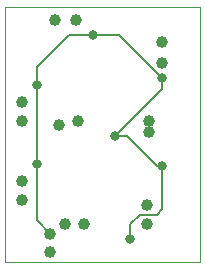
<source format=gbl>
G75*
%MOIN*%
%OFA0B0*%
%FSLAX24Y24*%
%IPPOS*%
%LPD*%
%AMOC8*
5,1,8,0,0,1.08239X$1,22.5*
%
%ADD10C,0.0000*%
%ADD11C,0.0397*%
%ADD12C,0.0060*%
%ADD13C,0.0317*%
D10*
X002392Y002517D02*
X002392Y011017D01*
X008892Y011017D01*
X008892Y002517D01*
X002392Y002517D01*
D11*
X003892Y002829D03*
X003892Y003454D03*
X004392Y003767D03*
X005017Y003767D03*
X002954Y004579D03*
X002954Y005204D03*
X004204Y007079D03*
X004829Y007204D03*
X002954Y007204D03*
X002954Y007829D03*
X004079Y010579D03*
X004767Y010579D03*
X007642Y009829D03*
X007642Y009142D03*
X007204Y007204D03*
X007204Y006829D03*
X007142Y004392D03*
X007142Y003767D03*
D12*
X006892Y004079D02*
X007454Y004079D01*
X007642Y004267D01*
X007642Y005704D01*
X007454Y005704D01*
X006454Y006704D01*
X006079Y006704D01*
X007642Y008267D01*
X007642Y008642D01*
X006204Y010079D01*
X005329Y010079D01*
X004517Y010079D01*
X003454Y009017D01*
X003454Y008392D01*
X003454Y005767D01*
X003454Y003892D01*
X003892Y003454D01*
X006579Y003267D02*
X006579Y003767D01*
X006892Y004079D01*
D13*
X006579Y003267D03*
X007642Y005704D03*
X006079Y006704D03*
X007642Y008642D03*
X005329Y010079D03*
X003454Y008392D03*
X003454Y005767D03*
M02*

</source>
